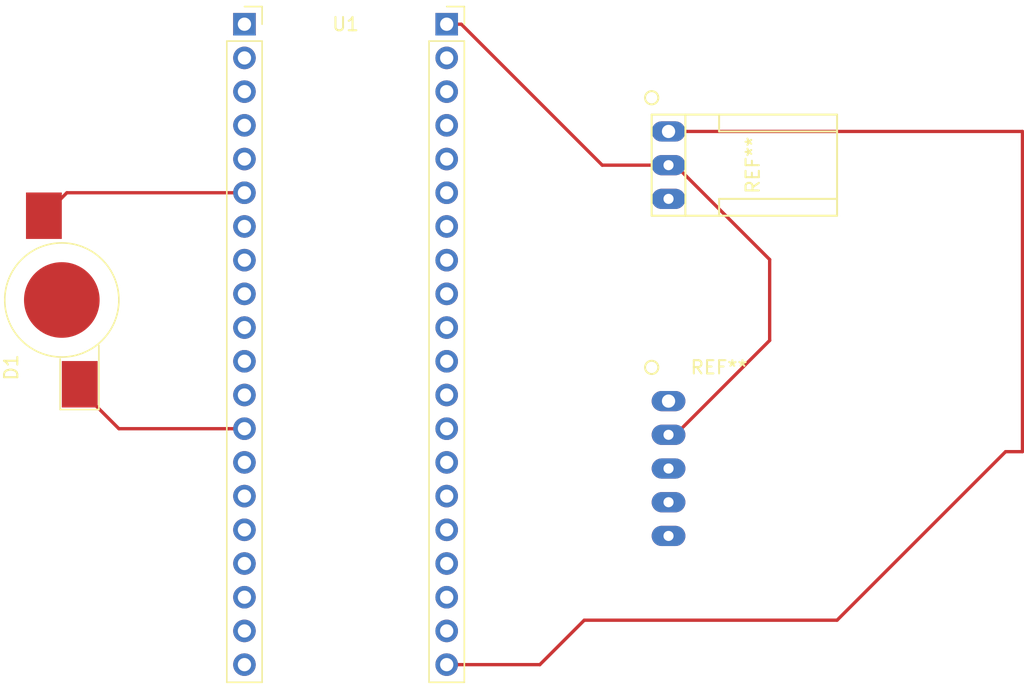
<source format=kicad_pcb>
(kicad_pcb (version 20171130) (host pcbnew "(5.0.1-3-g963ef8bb5)")

  (general
    (thickness 1.6)
    (drawings 0)
    (tracks 21)
    (zones 0)
    (modules 4)
    (nets 45)
  )

  (page A4)
  (layers
    (0 F.Cu signal)
    (31 B.Cu signal)
    (32 B.Adhes user)
    (33 F.Adhes user)
    (34 B.Paste user)
    (35 F.Paste user)
    (36 B.SilkS user)
    (37 F.SilkS user)
    (38 B.Mask user)
    (39 F.Mask user)
    (40 Dwgs.User user)
    (41 Cmts.User user)
    (42 Eco1.User user)
    (43 Eco2.User user)
    (44 Edge.Cuts user)
    (45 Margin user)
    (46 B.CrtYd user)
    (47 F.CrtYd user)
    (48 B.Fab user)
    (49 F.Fab user)
  )

  (setup
    (last_trace_width 0.25)
    (trace_clearance 0.2)
    (zone_clearance 0.508)
    (zone_45_only no)
    (trace_min 0.2)
    (segment_width 0.2)
    (edge_width 0.15)
    (via_size 0.8)
    (via_drill 0.4)
    (via_min_size 0.4)
    (via_min_drill 0.3)
    (uvia_size 0.3)
    (uvia_drill 0.1)
    (uvias_allowed no)
    (uvia_min_size 0.2)
    (uvia_min_drill 0.1)
    (pcb_text_width 0.3)
    (pcb_text_size 1.5 1.5)
    (mod_edge_width 0.15)
    (mod_text_size 1 1)
    (mod_text_width 0.15)
    (pad_size 1.524 1.524)
    (pad_drill 0.762)
    (pad_to_mask_clearance 0.051)
    (solder_mask_min_width 0.25)
    (aux_axis_origin 0 0)
    (visible_elements FFFFFF7F)
    (pcbplotparams
      (layerselection 0x010fc_ffffffff)
      (usegerberextensions false)
      (usegerberattributes false)
      (usegerberadvancedattributes false)
      (creategerberjobfile false)
      (excludeedgelayer true)
      (linewidth 0.100000)
      (plotframeref false)
      (viasonmask false)
      (mode 1)
      (useauxorigin false)
      (hpglpennumber 1)
      (hpglpenspeed 20)
      (hpglpendiameter 15.000000)
      (psnegative false)
      (psa4output false)
      (plotreference true)
      (plotvalue true)
      (plotinvisibletext false)
      (padsonsilk false)
      (subtractmaskfromsilk false)
      (outputformat 1)
      (mirror false)
      (drillshape 1)
      (scaleselection 1)
      (outputdirectory ""))
  )

  (net 0 "")
  (net 1 "Net-(J1-Pad2)")
  (net 2 "Net-(J1-Pad1)")
  (net 3 "Net-(J1-Pad3)")
  (net 4 "Net-(J2-Pad3)")
  (net 5 "Net-(J2-Pad1)")
  (net 6 "Net-(J2-Pad4)")
  (net 7 "Net-(U1-Pad1)")
  (net 8 "Net-(U1-Pad2)")
  (net 9 "Net-(U1-Pad3)")
  (net 10 "Net-(U1-Pad4)")
  (net 11 "Net-(U1-Pad5)")
  (net 12 "Net-(U1-Pad7)")
  (net 13 "Net-(U1-Pad8)")
  (net 14 "Net-(U1-Pad9)")
  (net 15 "Net-(U1-Pad10)")
  (net 16 "Net-(U1-Pad11)")
  (net 17 "Net-(U1-Pad12)")
  (net 18 "Net-(U1-Pad14)")
  (net 19 "Net-(U1-Pad15)")
  (net 20 "Net-(U1-Pad16)")
  (net 21 "Net-(U1-Pad17)")
  (net 22 "Net-(U1-Pad18)")
  (net 23 "Net-(U1-Pad19)")
  (net 24 "Net-(U1-Pad20)")
  (net 25 "Net-(U1-Pad23)")
  (net 26 "Net-(U1-Pad22)")
  (net 27 "Net-(U1-Pad26)")
  (net 28 "Net-(U1-Pad25)")
  (net 29 "Net-(U1-Pad24)")
  (net 30 "Net-(U1-Pad30)")
  (net 31 "Net-(U1-Pad29)")
  (net 32 "Net-(U1-Pad28)")
  (net 33 "Net-(U1-Pad27)")
  (net 34 "Net-(U1-Pad34)")
  (net 35 "Net-(U1-Pad33)")
  (net 36 "Net-(U1-Pad32)")
  (net 37 "Net-(U1-Pad31)")
  (net 38 "Net-(U1-Pad39)")
  (net 39 "Net-(U1-Pad38)")
  (net 40 "Net-(U1-Pad37)")
  (net 41 "Net-(U1-Pad36)")
  (net 42 "Net-(U1-Pad35)")
  (net 43 "Net-(D1-Pad2)")
  (net 44 "Net-(D1-Pad1)")

  (net_class Default "This is the default net class."
    (clearance 0.2)
    (trace_width 0.25)
    (via_dia 0.8)
    (via_drill 0.4)
    (uvia_dia 0.3)
    (uvia_drill 0.1)
    (add_net "Net-(D1-Pad1)")
    (add_net "Net-(D1-Pad2)")
    (add_net "Net-(J1-Pad1)")
    (add_net "Net-(J1-Pad2)")
    (add_net "Net-(J1-Pad3)")
    (add_net "Net-(J2-Pad1)")
    (add_net "Net-(J2-Pad3)")
    (add_net "Net-(J2-Pad4)")
    (add_net "Net-(U1-Pad1)")
    (add_net "Net-(U1-Pad10)")
    (add_net "Net-(U1-Pad11)")
    (add_net "Net-(U1-Pad12)")
    (add_net "Net-(U1-Pad14)")
    (add_net "Net-(U1-Pad15)")
    (add_net "Net-(U1-Pad16)")
    (add_net "Net-(U1-Pad17)")
    (add_net "Net-(U1-Pad18)")
    (add_net "Net-(U1-Pad19)")
    (add_net "Net-(U1-Pad2)")
    (add_net "Net-(U1-Pad20)")
    (add_net "Net-(U1-Pad22)")
    (add_net "Net-(U1-Pad23)")
    (add_net "Net-(U1-Pad24)")
    (add_net "Net-(U1-Pad25)")
    (add_net "Net-(U1-Pad26)")
    (add_net "Net-(U1-Pad27)")
    (add_net "Net-(U1-Pad28)")
    (add_net "Net-(U1-Pad29)")
    (add_net "Net-(U1-Pad3)")
    (add_net "Net-(U1-Pad30)")
    (add_net "Net-(U1-Pad31)")
    (add_net "Net-(U1-Pad32)")
    (add_net "Net-(U1-Pad33)")
    (add_net "Net-(U1-Pad34)")
    (add_net "Net-(U1-Pad35)")
    (add_net "Net-(U1-Pad36)")
    (add_net "Net-(U1-Pad37)")
    (add_net "Net-(U1-Pad38)")
    (add_net "Net-(U1-Pad39)")
    (add_net "Net-(U1-Pad4)")
    (add_net "Net-(U1-Pad5)")
    (add_net "Net-(U1-Pad7)")
    (add_net "Net-(U1-Pad8)")
    (add_net "Net-(U1-Pad9)")
  )

  (module LED_SMD:LED_1W_3W_R8 (layer F.Cu) (tedit 58AC980C) (tstamp 5BEA2E0F)
    (at 97.79 82.55 90)
    (descr https://www.gme.cz/data/attachments/dsh.518-234.1.pdf)
    (tags "LED 1W 3W 5W")
    (path /5BDDDA79)
    (attr smd)
    (fp_text reference D1 (at -5.08 -3.81 90) (layer F.SilkS)
      (effects (font (size 1 1) (thickness 0.15)))
    )
    (fp_text value LED (at 0 5.08 90) (layer F.Fab)
      (effects (font (size 1 1) (thickness 0.15)))
    )
    (fp_text user %R (at 0 -2.54 90) (layer F.Fab)
      (effects (font (size 1 1) (thickness 0.15)))
    )
    (fp_line (start -2.54 0) (end -1.27 0) (layer F.Fab) (width 0.1))
    (fp_line (start -1.27 -1.27) (end -1.27 1.27) (layer F.Fab) (width 0.1))
    (fp_line (start 1.27 0) (end 2.54 0) (layer F.Fab) (width 0.1))
    (fp_line (start 1.27 1.27) (end 1.27 0) (layer F.Fab) (width 0.1))
    (fp_line (start -1.27 0) (end 1.27 1.27) (layer F.Fab) (width 0.1))
    (fp_line (start 1.27 -1.27) (end 1.27 1.27) (layer F.Fab) (width 0.1))
    (fp_line (start -1.27 0) (end 1.27 -1.27) (layer F.Fab) (width 0.1))
    (fp_arc (start 0 0) (end 4.59 0.45) (angle 131.3332206) (layer F.CrtYd) (width 0.05))
    (fp_arc (start 0 0) (end -4.59 -0.45) (angle 131.3332206) (layer F.CrtYd) (width 0.05))
    (fp_line (start 8.55 0.45) (end 4.59 0.45) (layer F.CrtYd) (width 0.05))
    (fp_line (start 8.55 -3.15) (end 8.55 0.45) (layer F.CrtYd) (width 0.05))
    (fp_line (start 3.37 -3.15) (end 8.55 -3.15) (layer F.CrtYd) (width 0.05))
    (fp_line (start -8.55 3.15) (end -3.37 3.15) (layer F.CrtYd) (width 0.05))
    (fp_line (start -8.55 -0.45) (end -8.55 3.15) (layer F.CrtYd) (width 0.05))
    (fp_line (start -4.59 -0.45) (end -8.55 -0.45) (layer F.CrtYd) (width 0.05))
    (fp_line (start -8.255 2.794) (end -3.429 2.794) (layer F.SilkS) (width 0.12))
    (fp_line (start -8.255 -0.127) (end -8.255 2.794) (layer F.SilkS) (width 0.12))
    (fp_line (start -4.445 -0.127) (end -8.255 -0.127) (layer F.SilkS) (width 0.12))
    (fp_circle (center 0 0) (end -4.3 0) (layer F.SilkS) (width 0.12))
    (fp_line (start 4.318 1.016) (end 5.334 1.016) (layer F.Fab) (width 0.1))
    (fp_line (start -5.334 -1.016) (end -4.318 -1.016) (layer F.Fab) (width 0.1))
    (fp_line (start 4.826 1.524) (end 4.826 0.508) (layer F.Fab) (width 0.1))
    (fp_circle (center 0 0) (end 4.025 0) (layer F.Fab) (width 0.1))
    (pad 2 smd rect (at 6.35 -1.35 90) (size 3.5 2.7) (layers F.Cu F.Paste F.Mask)
      (net 43 "Net-(D1-Pad2)"))
    (pad 1 smd rect (at -6.35 1.35 90) (size 3.5 2.7) (layers F.Cu F.Paste F.Mask)
      (net 44 "Net-(D1-Pad1)"))
    (pad 3 smd circle (at 0 0 90) (size 5.7 5.7) (layers F.Cu F.Paste F.Mask))
    (model ${KISYS3DMOD}/LED_SMD.3dshapes/LED_1W_3W_R8.wrl
      (at (xyz 0 0 0))
      (scale (xyz 1 1 1))
      (rotate (xyz 0 0 0))
    )
  )

  (module robot:HE14-3_horizontal locked (layer F.Cu) (tedit 5BDC62C0) (tstamp 5BEA28DE)
    (at 147.32 72.39 270)
    (tags "HE13 3 logique")
    (path /5BDDD012)
    (fp_text reference J1 (at 0 -2.54 270) (layer F.SilkS) hide
      (effects (font (size 1 1) (thickness 0.15)))
    )
    (fp_text value alim_logique_5V (at 0 1.27 90) (layer F.Fab) hide
      (effects (font (size 1 1) (thickness 0.15)))
    )
    (fp_text user REF** (at 0 -2.54 90) (layer F.SilkS)
      (effects (font (size 1 1) (thickness 0.15)))
    )
    (fp_line (start 3.81 2.54) (end -3.81 2.54) (layer F.Fab) (width 0.15))
    (fp_line (start 2.54 0) (end 3.81 0) (layer F.Fab) (width 0.15))
    (fp_line (start 2.54 -8.89) (end 2.54 0) (layer F.Fab) (width 0.15))
    (fp_line (start -2.54 0) (end -3.81 0) (layer F.Fab) (width 0.15))
    (fp_line (start -2.54 -8.89) (end -2.54 0) (layer F.Fab) (width 0.15))
    (fp_line (start 3.81 -8.89) (end -3.81 -8.89) (layer F.Fab) (width 0.15))
    (fp_line (start 3.81 5.08) (end 3.81 -8.89) (layer F.Fab) (width 0.15))
    (fp_line (start -3.81 5.08) (end 3.81 5.08) (layer F.Fab) (width 0.15))
    (fp_line (start -3.81 -8.89) (end -3.81 5.08) (layer F.Fab) (width 0.15))
    (fp_circle (center -5.08 5.08) (end -4.58 5.08) (layer F.SilkS) (width 0.15))
    (fp_line (start 3.81 2.54) (end 3.81 5.08) (layer F.SilkS) (width 0.15))
    (fp_line (start 3.81 5.08) (end -3.81 5.08) (layer F.SilkS) (width 0.15))
    (fp_line (start -3.81 5.08) (end -3.81 2.54) (layer F.SilkS) (width 0.15))
    (fp_line (start -3.81 2.54) (end 3.81 2.54) (layer F.SilkS) (width 0.15))
    (fp_line (start 3.81 -8.89) (end 3.81 2.54) (layer F.SilkS) (width 0.15))
    (fp_line (start 3.81 -8.89) (end -3.81 -8.89) (layer F.SilkS) (width 0.15))
    (fp_line (start -3.81 -8.89) (end -3.81 2.54) (layer F.SilkS) (width 0.15))
    (fp_line (start -3.81 0) (end -2.54 0) (layer F.SilkS) (width 0.15))
    (fp_line (start -2.54 0) (end -2.54 -8.89) (layer F.SilkS) (width 0.15))
    (fp_line (start 2.54 -8.89) (end 2.54 0) (layer F.SilkS) (width 0.15))
    (fp_line (start 2.54 0) (end 3.81 0) (layer F.SilkS) (width 0.15))
    (pad 2 thru_hole oval (at 0 3.81 270) (size 1.524 2.54) (drill 0.762) (layers *.Cu *.Mask)
      (net 1 "Net-(J1-Pad2)"))
    (pad 1 thru_hole oval (at -2.54 3.81 270) (size 1.524 2.54) (drill 1) (layers *.Cu *.Mask)
      (net 2 "Net-(J1-Pad1)"))
    (pad 3 thru_hole oval (at 2.54 3.81 270) (size 1.524 2.54) (drill 0.762) (layers *.Cu *.Mask)
      (net 3 "Net-(J1-Pad3)"))
    (model /Users/alex/Desktop/c-281698-3-g-3d.stp
      (offset (xyz 0 9 3))
      (scale (xyz 1 1 1))
      (rotate (xyz -90 0 180))
    )
  )

  (module robot:HE14-5_horizontal (layer F.Cu) (tedit 5BDC6227) (tstamp 5BEA26B3)
    (at 147.32 92.71 270)
    (tags "HE13 3 logique")
    (path /5BDDD120)
    (fp_text reference J2 (at 2.54 -2.54 270) (layer F.SilkS) hide
      (effects (font (size 1 1) (thickness 0.15)))
    )
    (fp_text value roue_codeuse (at 2.54 1.27 90) (layer F.Fab) hide
      (effects (font (size 1 1) (thickness 0.15)))
    )
    (fp_circle (center -5.08 5.08) (end -4.58 5.08) (layer F.SilkS) (width 0.15))
    (fp_line (start -3.81 -8.89) (end -3.81 5.08) (layer F.Fab) (width 0.15))
    (fp_line (start 8.89 5.08) (end 8.89 -8.89) (layer F.Fab) (width 0.15))
    (fp_line (start -2.54 -8.89) (end -2.54 0) (layer F.Fab) (width 0.15))
    (fp_line (start -2.54 0) (end -3.81 0) (layer F.Fab) (width 0.15))
    (fp_line (start 7.62 -8.89) (end 7.62 0) (layer F.Fab) (width 0.15))
    (fp_line (start 7.62 0) (end 8.89 0) (layer F.Fab) (width 0.15))
    (fp_text user REF** (at -5.08 0) (layer F.SilkS)
      (effects (font (size 1 1) (thickness 0.15)))
    )
    (fp_line (start -3.81 -8.89) (end 8.89 -8.89) (layer F.Fab) (width 0.15))
    (fp_line (start -3.81 5.08) (end 8.89 5.08) (layer F.Fab) (width 0.15))
    (pad 3 thru_hole oval (at 2.54 3.81 270) (size 1.524 2.54) (drill 0.762) (layers *.Cu *.Mask)
      (net 4 "Net-(J2-Pad3)"))
    (pad 1 thru_hole oval (at -2.54 3.81 270) (size 1.524 2.54) (drill 1) (layers *.Cu *.Mask)
      (net 5 "Net-(J2-Pad1)"))
    (pad 2 thru_hole oval (at 0 3.81 270) (size 1.524 2.54) (drill 0.762) (layers *.Cu *.Mask)
      (net 1 "Net-(J1-Pad2)"))
    (pad 4 thru_hole oval (at 5.08 3.81 270) (size 1.524 2.54) (drill 0.762) (layers *.Cu *.Mask)
      (net 6 "Net-(J2-Pad4)"))
    (pad 5 thru_hole oval (at 7.62 3.81 270) (size 1.524 2.54) (drill 0.762) (layers *.Cu *.Mask))
    (model /Users/alex/Desktop/c-281698-3-g-3d.stp
      (offset (xyz 0 9 3))
      (scale (xyz 1 1 1))
      (rotate (xyz -90 0 180))
    )
  )

  (module robot:black_pill (layer F.Cu) (tedit 5BD9CA6A) (tstamp 5BEA26FF)
    (at 111.553001 61.769001)
    (descr "Through hole straight socket strip, 1x20, 2.54mm pitch, single row (from Kicad 4.0.7), script generated")
    (tags "Through hole socket strip THT 1x20 2.54mm single row")
    (path /5BDDD1F7)
    (fp_text reference U1 (at 7.62 0) (layer F.SilkS)
      (effects (font (size 1 1) (thickness 0.15)))
    )
    (fp_text value black_pill (at 7.62 48.26) (layer F.Fab)
      (effects (font (size 1 1) (thickness 0.15)))
    )
    (fp_line (start -1.27 -1.27) (end 0.635 -1.27) (layer F.Fab) (width 0.1))
    (fp_line (start 0.635 -1.27) (end 1.27 -0.635) (layer F.Fab) (width 0.1))
    (fp_line (start 1.27 -0.635) (end 1.27 49.53) (layer F.Fab) (width 0.1))
    (fp_line (start 1.27 49.53) (end -1.27 49.53) (layer F.Fab) (width 0.1))
    (fp_line (start -1.27 49.53) (end -1.27 -1.27) (layer F.Fab) (width 0.1))
    (fp_line (start -1.33 1.27) (end 1.33 1.27) (layer F.SilkS) (width 0.12))
    (fp_line (start -1.33 1.27) (end -1.33 49.59) (layer F.SilkS) (width 0.12))
    (fp_line (start -1.33 49.59) (end 1.33 49.59) (layer F.SilkS) (width 0.12))
    (fp_line (start 1.33 1.27) (end 1.33 49.59) (layer F.SilkS) (width 0.12))
    (fp_line (start 1.33 -1.33) (end 1.33 0) (layer F.SilkS) (width 0.12))
    (fp_line (start 0 -1.33) (end 1.33 -1.33) (layer F.SilkS) (width 0.12))
    (fp_line (start -1.8 -1.8) (end 1.75 -1.8) (layer F.CrtYd) (width 0.05))
    (fp_line (start 1.75 -1.8) (end 1.75 50) (layer F.CrtYd) (width 0.05))
    (fp_line (start 1.75 50) (end -1.8 50) (layer F.CrtYd) (width 0.05))
    (fp_line (start -1.8 50) (end -1.8 -1.8) (layer F.CrtYd) (width 0.05))
    (fp_text user %R (at 0 24.13 90) (layer F.Fab)
      (effects (font (size 1 1) (thickness 0.15)))
    )
    (fp_line (start 13.97 -1.27) (end 15.875 -1.27) (layer F.Fab) (width 0.1))
    (fp_line (start 15.875 -1.27) (end 16.51 -0.635) (layer F.Fab) (width 0.1))
    (fp_line (start 13.44 50) (end 13.44 -1.8) (layer F.CrtYd) (width 0.05))
    (fp_line (start 16.99 50) (end 13.44 50) (layer F.CrtYd) (width 0.05))
    (fp_line (start 16.99 -1.8) (end 16.99 50) (layer F.CrtYd) (width 0.05))
    (fp_line (start 13.44 -1.8) (end 16.99 -1.8) (layer F.CrtYd) (width 0.05))
    (fp_line (start 15.24 -1.33) (end 16.57 -1.33) (layer F.SilkS) (width 0.12))
    (fp_line (start 16.57 -1.33) (end 16.57 0) (layer F.SilkS) (width 0.12))
    (fp_line (start 16.57 1.27) (end 16.57 49.59) (layer F.SilkS) (width 0.12))
    (fp_line (start 13.91 49.59) (end 16.57 49.59) (layer F.SilkS) (width 0.12))
    (fp_line (start 13.91 1.27) (end 13.91 49.59) (layer F.SilkS) (width 0.12))
    (fp_line (start 13.91 1.27) (end 16.57 1.27) (layer F.SilkS) (width 0.12))
    (fp_line (start 13.97 49.53) (end 13.97 -1.27) (layer F.Fab) (width 0.1))
    (fp_line (start 16.51 49.53) (end 13.97 49.53) (layer F.Fab) (width 0.1))
    (fp_line (start 16.51 -0.635) (end 16.51 49.53) (layer F.Fab) (width 0.1))
    (fp_text user %R (at 15.24 24.13 90) (layer F.Fab)
      (effects (font (size 1 1) (thickness 0.15)))
    )
    (pad 1 thru_hole rect (at 0 0) (size 1.7 1.7) (drill 1) (layers *.Cu *.Mask)
      (net 7 "Net-(U1-Pad1)"))
    (pad 2 thru_hole oval (at 0 2.54) (size 1.7 1.7) (drill 1) (layers *.Cu *.Mask)
      (net 8 "Net-(U1-Pad2)"))
    (pad 3 thru_hole oval (at 0 5.08) (size 1.7 1.7) (drill 1) (layers *.Cu *.Mask)
      (net 9 "Net-(U1-Pad3)"))
    (pad 4 thru_hole oval (at 0 7.62) (size 1.7 1.7) (drill 1) (layers *.Cu *.Mask)
      (net 10 "Net-(U1-Pad4)"))
    (pad 5 thru_hole oval (at 0 10.16) (size 1.7 1.7) (drill 1) (layers *.Cu *.Mask)
      (net 11 "Net-(U1-Pad5)"))
    (pad 6 thru_hole oval (at 0 12.7) (size 1.7 1.7) (drill 1) (layers *.Cu *.Mask)
      (net 43 "Net-(D1-Pad2)"))
    (pad 7 thru_hole oval (at 0 15.24) (size 1.7 1.7) (drill 1) (layers *.Cu *.Mask)
      (net 12 "Net-(U1-Pad7)"))
    (pad 8 thru_hole oval (at 0 17.78) (size 1.7 1.7) (drill 1) (layers *.Cu *.Mask)
      (net 13 "Net-(U1-Pad8)"))
    (pad 9 thru_hole oval (at 0 20.32) (size 1.7 1.7) (drill 1) (layers *.Cu *.Mask)
      (net 14 "Net-(U1-Pad9)"))
    (pad 10 thru_hole oval (at 0 22.86) (size 1.7 1.7) (drill 1) (layers *.Cu *.Mask)
      (net 15 "Net-(U1-Pad10)"))
    (pad 11 thru_hole oval (at 0 25.4) (size 1.7 1.7) (drill 1) (layers *.Cu *.Mask)
      (net 16 "Net-(U1-Pad11)"))
    (pad 12 thru_hole oval (at 0 27.94) (size 1.7 1.7) (drill 1) (layers *.Cu *.Mask)
      (net 17 "Net-(U1-Pad12)"))
    (pad 13 thru_hole oval (at 0 30.48) (size 1.7 1.7) (drill 1) (layers *.Cu *.Mask)
      (net 44 "Net-(D1-Pad1)"))
    (pad 14 thru_hole oval (at 0 33.02) (size 1.7 1.7) (drill 1) (layers *.Cu *.Mask)
      (net 18 "Net-(U1-Pad14)"))
    (pad 15 thru_hole oval (at 0 35.56) (size 1.7 1.7) (drill 1) (layers *.Cu *.Mask)
      (net 19 "Net-(U1-Pad15)"))
    (pad 16 thru_hole oval (at 0 38.1) (size 1.7 1.7) (drill 1) (layers *.Cu *.Mask)
      (net 20 "Net-(U1-Pad16)"))
    (pad 17 thru_hole oval (at 0 40.64) (size 1.7 1.7) (drill 1) (layers *.Cu *.Mask)
      (net 21 "Net-(U1-Pad17)"))
    (pad 18 thru_hole oval (at 0 43.18) (size 1.7 1.7) (drill 1) (layers *.Cu *.Mask)
      (net 22 "Net-(U1-Pad18)"))
    (pad 19 thru_hole oval (at 0 45.72) (size 1.7 1.7) (drill 1) (layers *.Cu *.Mask)
      (net 23 "Net-(U1-Pad19)"))
    (pad 20 thru_hole oval (at 0 48.26) (size 1.7 1.7) (drill 1) (layers *.Cu *.Mask)
      (net 24 "Net-(U1-Pad20)"))
    (pad 23 thru_hole oval (at 15.24 5.08) (size 1.7 1.7) (drill 1) (layers *.Cu *.Mask)
      (net 25 "Net-(U1-Pad23)"))
    (pad 22 thru_hole oval (at 15.24 2.54) (size 1.7 1.7) (drill 1) (layers *.Cu *.Mask)
      (net 26 "Net-(U1-Pad22)"))
    (pad 26 thru_hole oval (at 15.24 12.7) (size 1.7 1.7) (drill 1) (layers *.Cu *.Mask)
      (net 27 "Net-(U1-Pad26)"))
    (pad 25 thru_hole oval (at 15.24 10.16) (size 1.7 1.7) (drill 1) (layers *.Cu *.Mask)
      (net 28 "Net-(U1-Pad25)"))
    (pad 24 thru_hole oval (at 15.24 7.62) (size 1.7 1.7) (drill 1) (layers *.Cu *.Mask)
      (net 29 "Net-(U1-Pad24)"))
    (pad 30 thru_hole oval (at 15.24 22.86) (size 1.7 1.7) (drill 1) (layers *.Cu *.Mask)
      (net 30 "Net-(U1-Pad30)"))
    (pad 29 thru_hole oval (at 15.24 20.32) (size 1.7 1.7) (drill 1) (layers *.Cu *.Mask)
      (net 31 "Net-(U1-Pad29)"))
    (pad 28 thru_hole oval (at 15.24 17.78) (size 1.7 1.7) (drill 1) (layers *.Cu *.Mask)
      (net 32 "Net-(U1-Pad28)"))
    (pad 27 thru_hole oval (at 15.24 15.24) (size 1.7 1.7) (drill 1) (layers *.Cu *.Mask)
      (net 33 "Net-(U1-Pad27)"))
    (pad 34 thru_hole oval (at 15.24 33.02) (size 1.7 1.7) (drill 1) (layers *.Cu *.Mask)
      (net 34 "Net-(U1-Pad34)"))
    (pad 33 thru_hole oval (at 15.24 30.48) (size 1.7 1.7) (drill 1) (layers *.Cu *.Mask)
      (net 35 "Net-(U1-Pad33)"))
    (pad 32 thru_hole oval (at 15.24 27.94) (size 1.7 1.7) (drill 1) (layers *.Cu *.Mask)
      (net 36 "Net-(U1-Pad32)"))
    (pad 31 thru_hole oval (at 15.24 25.4) (size 1.7 1.7) (drill 1) (layers *.Cu *.Mask)
      (net 37 "Net-(U1-Pad31)"))
    (pad 40 thru_hole oval (at 15.24 48.26) (size 1.7 1.7) (drill 1) (layers *.Cu *.Mask)
      (net 2 "Net-(J1-Pad1)"))
    (pad 39 thru_hole oval (at 15.24 45.72) (size 1.7 1.7) (drill 1) (layers *.Cu *.Mask)
      (net 38 "Net-(U1-Pad39)"))
    (pad 38 thru_hole oval (at 15.24 43.18) (size 1.7 1.7) (drill 1) (layers *.Cu *.Mask)
      (net 39 "Net-(U1-Pad38)"))
    (pad 37 thru_hole oval (at 15.24 40.64) (size 1.7 1.7) (drill 1) (layers *.Cu *.Mask)
      (net 40 "Net-(U1-Pad37)"))
    (pad 36 thru_hole oval (at 15.24 38.1) (size 1.7 1.7) (drill 1) (layers *.Cu *.Mask)
      (net 41 "Net-(U1-Pad36)"))
    (pad 35 thru_hole oval (at 15.24 35.56) (size 1.7 1.7) (drill 1) (layers *.Cu *.Mask)
      (net 42 "Net-(U1-Pad35)"))
    (pad 21 thru_hole rect (at 15.24 0) (size 1.7 1.7) (drill 1) (layers *.Cu *.Mask)
      (net 1 "Net-(J1-Pad2)"))
    (model ${KISYS3DMOD}/Connector_PinSocket_2.54mm.3dshapes/PinSocket_1x20_P2.54mm_Vertical.wrl
      (at (xyz 0 0 0))
      (scale (xyz 1 1 1))
      (rotate (xyz 0 0 0))
    )
  )

  (segment (start 138.514 72.39) (end 143.51 72.39) (width 0.25) (layer F.Cu) (net 1))
  (segment (start 127.893001 61.769001) (end 138.514 72.39) (width 0.25) (layer F.Cu) (net 1))
  (segment (start 126.793001 61.769001) (end 127.893001 61.769001) (width 0.25) (layer F.Cu) (net 1))
  (segment (start 144.018 92.71) (end 143.51 92.71) (width 0.25) (layer F.Cu) (net 1))
  (segment (start 151.13 85.598) (end 144.018 92.71) (width 0.25) (layer F.Cu) (net 1))
  (segment (start 151.13 79.502) (end 151.13 85.598) (width 0.25) (layer F.Cu) (net 1))
  (segment (start 144.018 72.39) (end 151.13 79.502) (width 0.25) (layer F.Cu) (net 1))
  (segment (start 143.51 72.39) (end 144.018 72.39) (width 0.25) (layer F.Cu) (net 1))
  (segment (start 143.51 69.85) (end 170.18 69.85) (width 0.25) (layer F.Cu) (net 2))
  (segment (start 170.18 69.85) (end 170.18 93.98) (width 0.25) (layer F.Cu) (net 2))
  (segment (start 170.18 93.98) (end 168.91 93.98) (width 0.25) (layer F.Cu) (net 2))
  (segment (start 168.91 93.98) (end 156.21 106.68) (width 0.25) (layer F.Cu) (net 2))
  (segment (start 156.21 106.68) (end 137.16 106.68) (width 0.25) (layer F.Cu) (net 2))
  (segment (start 133.810999 110.029001) (end 126.793001 110.029001) (width 0.25) (layer F.Cu) (net 2))
  (segment (start 137.16 106.68) (end 133.810999 110.029001) (width 0.25) (layer F.Cu) (net 2))
  (segment (start 98.170999 74.469001) (end 96.44 76.2) (width 0.25) (layer F.Cu) (net 43))
  (segment (start 111.553001 74.469001) (end 98.170999 74.469001) (width 0.25) (layer F.Cu) (net 43))
  (segment (start 102.089001 92.249001) (end 110.35092 92.249001) (width 0.25) (layer F.Cu) (net 44))
  (segment (start 99.14 89.3) (end 102.089001 92.249001) (width 0.25) (layer F.Cu) (net 44))
  (segment (start 110.35092 92.249001) (end 111.553001 92.249001) (width 0.25) (layer F.Cu) (net 44))
  (segment (start 99.14 88.9) (end 99.14 89.3) (width 0.25) (layer F.Cu) (net 44))

)

</source>
